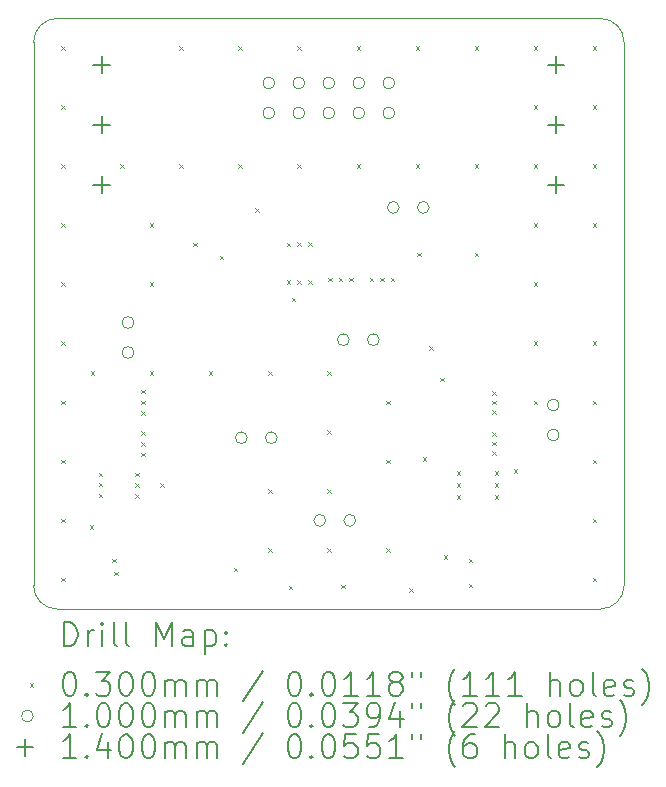
<source format=gbr>
%TF.GenerationSoftware,KiCad,Pcbnew,8.0.1*%
%TF.CreationDate,2024-04-20T12:15:56+02:00*%
%TF.ProjectId,nbg,6e62672e-6b69-4636-9164-5f7063625858,rev?*%
%TF.SameCoordinates,Original*%
%TF.FileFunction,Drillmap*%
%TF.FilePolarity,Positive*%
%FSLAX45Y45*%
G04 Gerber Fmt 4.5, Leading zero omitted, Abs format (unit mm)*
G04 Created by KiCad (PCBNEW 8.0.1) date 2024-04-20 12:15:56*
%MOMM*%
%LPD*%
G01*
G04 APERTURE LIST*
%ADD10C,0.050000*%
%ADD11C,0.200000*%
%ADD12C,0.100000*%
%ADD13C,0.140000*%
G04 APERTURE END LIST*
D10*
X9300000Y-5000000D02*
G75*
G02*
X9500000Y-5200000I0J-200000D01*
G01*
X9300000Y-5000000D02*
X4700000Y-5000000D01*
X4700000Y-10000000D02*
G75*
G02*
X4500000Y-9800000I0J200000D01*
G01*
X9500000Y-9800000D02*
G75*
G02*
X9300000Y-10000000I-200000J0D01*
G01*
X4700000Y-10000000D02*
X9300000Y-10000000D01*
X4500000Y-5200000D02*
X4500000Y-9800000D01*
X9500000Y-9800000D02*
X9500000Y-5200000D01*
X4500000Y-5200000D02*
G75*
G02*
X4700000Y-5000000I200000J0D01*
G01*
D11*
D12*
X4735000Y-5235000D02*
X4765000Y-5265000D01*
X4765000Y-5235000D02*
X4735000Y-5265000D01*
X4735000Y-5735000D02*
X4765000Y-5765000D01*
X4765000Y-5735000D02*
X4735000Y-5765000D01*
X4735000Y-6235000D02*
X4765000Y-6265000D01*
X4765000Y-6235000D02*
X4735000Y-6265000D01*
X4735000Y-6735000D02*
X4765000Y-6765000D01*
X4765000Y-6735000D02*
X4735000Y-6765000D01*
X4735000Y-7235000D02*
X4765000Y-7265000D01*
X4765000Y-7235000D02*
X4735000Y-7265000D01*
X4735000Y-7735000D02*
X4765000Y-7765000D01*
X4765000Y-7735000D02*
X4735000Y-7765000D01*
X4735000Y-8235000D02*
X4765000Y-8265000D01*
X4765000Y-8235000D02*
X4735000Y-8265000D01*
X4735000Y-8735000D02*
X4765000Y-8765000D01*
X4765000Y-8735000D02*
X4735000Y-8765000D01*
X4735000Y-9235000D02*
X4765000Y-9265000D01*
X4765000Y-9235000D02*
X4735000Y-9265000D01*
X4735000Y-9735000D02*
X4765000Y-9765000D01*
X4765000Y-9735000D02*
X4735000Y-9765000D01*
X4975000Y-9290000D02*
X5005000Y-9320000D01*
X5005000Y-9290000D02*
X4975000Y-9320000D01*
X4985000Y-7985000D02*
X5015000Y-8015000D01*
X5015000Y-7985000D02*
X4985000Y-8015000D01*
X5053200Y-8845480D02*
X5083200Y-8875480D01*
X5083200Y-8845480D02*
X5053200Y-8875480D01*
X5053200Y-8931840D02*
X5083200Y-8961840D01*
X5083200Y-8931840D02*
X5053200Y-8961840D01*
X5053200Y-9023280D02*
X5083200Y-9053280D01*
X5083200Y-9023280D02*
X5053200Y-9053280D01*
X5165000Y-9575000D02*
X5195000Y-9605000D01*
X5195000Y-9575000D02*
X5165000Y-9605000D01*
X5185280Y-9683680D02*
X5215280Y-9713680D01*
X5215280Y-9683680D02*
X5185280Y-9713680D01*
X5235000Y-6235000D02*
X5265000Y-6265000D01*
X5265000Y-6235000D02*
X5235000Y-6265000D01*
X5363080Y-8845480D02*
X5393080Y-8875480D01*
X5393080Y-8845480D02*
X5363080Y-8875480D01*
X5363080Y-8936920D02*
X5393080Y-8966920D01*
X5393080Y-8936920D02*
X5363080Y-8966920D01*
X5363080Y-9028360D02*
X5393080Y-9058360D01*
X5393080Y-9028360D02*
X5363080Y-9058360D01*
X5413880Y-8144440D02*
X5443880Y-8174440D01*
X5443880Y-8144440D02*
X5413880Y-8174440D01*
X5413880Y-8235880D02*
X5443880Y-8265880D01*
X5443880Y-8235880D02*
X5413880Y-8265880D01*
X5413880Y-8327320D02*
X5443880Y-8357320D01*
X5443880Y-8327320D02*
X5413880Y-8357320D01*
X5413880Y-8494960D02*
X5443880Y-8524960D01*
X5443880Y-8494960D02*
X5413880Y-8524960D01*
X5413880Y-8586400D02*
X5443880Y-8616400D01*
X5443880Y-8586400D02*
X5413880Y-8616400D01*
X5413880Y-8677840D02*
X5443880Y-8707840D01*
X5443880Y-8677840D02*
X5413880Y-8707840D01*
X5485000Y-6735000D02*
X5515000Y-6765000D01*
X5515000Y-6735000D02*
X5485000Y-6765000D01*
X5485000Y-7235000D02*
X5515000Y-7265000D01*
X5515000Y-7235000D02*
X5485000Y-7265000D01*
X5485000Y-7985000D02*
X5515000Y-8015000D01*
X5515000Y-7985000D02*
X5485000Y-8015000D01*
X5571360Y-8936920D02*
X5601360Y-8966920D01*
X5601360Y-8936920D02*
X5571360Y-8966920D01*
X5735000Y-5235000D02*
X5765000Y-5265000D01*
X5765000Y-5235000D02*
X5735000Y-5265000D01*
X5735000Y-6235000D02*
X5765000Y-6265000D01*
X5765000Y-6235000D02*
X5735000Y-6265000D01*
X5852040Y-6897560D02*
X5882040Y-6927560D01*
X5882040Y-6897560D02*
X5852040Y-6927560D01*
X5985000Y-7985000D02*
X6015000Y-8015000D01*
X6015000Y-7985000D02*
X5985000Y-8015000D01*
X6075560Y-7009320D02*
X6105560Y-7039320D01*
X6105560Y-7009320D02*
X6075560Y-7039320D01*
X6196144Y-9650115D02*
X6226144Y-9680115D01*
X6226144Y-9650115D02*
X6196144Y-9680115D01*
X6235000Y-5235000D02*
X6265000Y-5265000D01*
X6265000Y-5235000D02*
X6235000Y-5265000D01*
X6235000Y-6235000D02*
X6265000Y-6265000D01*
X6265000Y-6235000D02*
X6235000Y-6265000D01*
X6375000Y-6604920D02*
X6405000Y-6634920D01*
X6405000Y-6604920D02*
X6375000Y-6634920D01*
X6485000Y-7985000D02*
X6515000Y-8015000D01*
X6515000Y-7985000D02*
X6485000Y-8015000D01*
X6485000Y-8985000D02*
X6515000Y-9015000D01*
X6515000Y-8985000D02*
X6485000Y-9015000D01*
X6485000Y-9485000D02*
X6515000Y-9515000D01*
X6515000Y-9485000D02*
X6485000Y-9515000D01*
X6644520Y-6897560D02*
X6674520Y-6927560D01*
X6674520Y-6897560D02*
X6644520Y-6927560D01*
X6645000Y-7214920D02*
X6675000Y-7244920D01*
X6675000Y-7214920D02*
X6645000Y-7244920D01*
X6662415Y-9801952D02*
X6692415Y-9831952D01*
X6692415Y-9801952D02*
X6662415Y-9831952D01*
X6685160Y-7364920D02*
X6715160Y-7394920D01*
X6715160Y-7364920D02*
X6685160Y-7394920D01*
X6735000Y-5235000D02*
X6765000Y-5265000D01*
X6765000Y-5235000D02*
X6735000Y-5265000D01*
X6735000Y-6235000D02*
X6765000Y-6265000D01*
X6765000Y-6235000D02*
X6735000Y-6265000D01*
X6735000Y-6894920D02*
X6765000Y-6924920D01*
X6765000Y-6894920D02*
X6735000Y-6924920D01*
X6735000Y-7214920D02*
X6765000Y-7244920D01*
X6765000Y-7214920D02*
X6735000Y-7244920D01*
X6825000Y-6894920D02*
X6855000Y-6924920D01*
X6855000Y-6894920D02*
X6825000Y-6924920D01*
X6825000Y-7214920D02*
X6855000Y-7244920D01*
X6855000Y-7214920D02*
X6825000Y-7244920D01*
X6985000Y-7985000D02*
X7015000Y-8015000D01*
X7015000Y-7985000D02*
X6985000Y-8015000D01*
X6985000Y-8485000D02*
X7015000Y-8515000D01*
X7015000Y-8485000D02*
X6985000Y-8515000D01*
X6985000Y-8985000D02*
X7015000Y-9015000D01*
X7015000Y-8985000D02*
X6985000Y-9015000D01*
X6985000Y-9485000D02*
X7015000Y-9515000D01*
X7015000Y-9485000D02*
X6985000Y-9515000D01*
X6995000Y-7194920D02*
X7025000Y-7224920D01*
X7025000Y-7194920D02*
X6995000Y-7224920D01*
X7085000Y-7194920D02*
X7115000Y-7224920D01*
X7115000Y-7194920D02*
X7085000Y-7224920D01*
X7105373Y-9792985D02*
X7135373Y-9822985D01*
X7135373Y-9792985D02*
X7105373Y-9822985D01*
X7175000Y-7194920D02*
X7205000Y-7224920D01*
X7205000Y-7194920D02*
X7175000Y-7224920D01*
X7235000Y-5235000D02*
X7265000Y-5265000D01*
X7265000Y-5235000D02*
X7235000Y-5265000D01*
X7235000Y-6235000D02*
X7265000Y-6265000D01*
X7265000Y-6235000D02*
X7235000Y-6265000D01*
X7345000Y-7194920D02*
X7375000Y-7224920D01*
X7375000Y-7194920D02*
X7345000Y-7224920D01*
X7435000Y-7194920D02*
X7465000Y-7224920D01*
X7465000Y-7194920D02*
X7435000Y-7224920D01*
X7485000Y-8235000D02*
X7515000Y-8265000D01*
X7515000Y-8235000D02*
X7485000Y-8265000D01*
X7485000Y-8735000D02*
X7515000Y-8765000D01*
X7515000Y-8735000D02*
X7485000Y-8765000D01*
X7485000Y-9485000D02*
X7515000Y-9515000D01*
X7515000Y-9485000D02*
X7485000Y-9515000D01*
X7525000Y-7194920D02*
X7555000Y-7224920D01*
X7555000Y-7194920D02*
X7525000Y-7224920D01*
X7679245Y-9824070D02*
X7709245Y-9854070D01*
X7709245Y-9824070D02*
X7679245Y-9854070D01*
X7735000Y-5235000D02*
X7765000Y-5265000D01*
X7765000Y-5235000D02*
X7735000Y-5265000D01*
X7735000Y-6235000D02*
X7765000Y-6265000D01*
X7765000Y-6235000D02*
X7735000Y-6265000D01*
X7749760Y-6984882D02*
X7779760Y-7014882D01*
X7779760Y-6984882D02*
X7749760Y-7014882D01*
X7795000Y-8715000D02*
X7825000Y-8745000D01*
X7825000Y-8715000D02*
X7795000Y-8745000D01*
X7851250Y-7775000D02*
X7881250Y-7805000D01*
X7881250Y-7775000D02*
X7851250Y-7805000D01*
X7943750Y-8043750D02*
X7973750Y-8073750D01*
X7973750Y-8043750D02*
X7943750Y-8073750D01*
X7975000Y-9545000D02*
X8005000Y-9575000D01*
X8005000Y-9545000D02*
X7975000Y-9575000D01*
X8085000Y-8835000D02*
X8115000Y-8865000D01*
X8115000Y-8835000D02*
X8085000Y-8865000D01*
X8085000Y-8935000D02*
X8115000Y-8965000D01*
X8115000Y-8935000D02*
X8085000Y-8965000D01*
X8085000Y-9035000D02*
X8115000Y-9065000D01*
X8115000Y-9035000D02*
X8085000Y-9065000D01*
X8185000Y-9575000D02*
X8215000Y-9605000D01*
X8215000Y-9575000D02*
X8185000Y-9605000D01*
X8185000Y-9785000D02*
X8215000Y-9815000D01*
X8215000Y-9785000D02*
X8185000Y-9815000D01*
X8235000Y-5235000D02*
X8265000Y-5265000D01*
X8265000Y-5235000D02*
X8235000Y-5265000D01*
X8235000Y-6235000D02*
X8265000Y-6265000D01*
X8265000Y-6235000D02*
X8235000Y-6265000D01*
X8235000Y-6985000D02*
X8265000Y-7015000D01*
X8265000Y-6985000D02*
X8235000Y-7015000D01*
X8385000Y-8155000D02*
X8415000Y-8185000D01*
X8415000Y-8155000D02*
X8385000Y-8185000D01*
X8385000Y-8235000D02*
X8415000Y-8265000D01*
X8415000Y-8235000D02*
X8385000Y-8265000D01*
X8385000Y-8315000D02*
X8415000Y-8345000D01*
X8415000Y-8315000D02*
X8385000Y-8345000D01*
X8385000Y-8505000D02*
X8415000Y-8535000D01*
X8415000Y-8505000D02*
X8385000Y-8535000D01*
X8385000Y-8585000D02*
X8415000Y-8615000D01*
X8415000Y-8585000D02*
X8385000Y-8615000D01*
X8385000Y-8665000D02*
X8415000Y-8695000D01*
X8415000Y-8665000D02*
X8385000Y-8695000D01*
X8405000Y-8835000D02*
X8435000Y-8865000D01*
X8435000Y-8835000D02*
X8405000Y-8865000D01*
X8405000Y-8935000D02*
X8435000Y-8965000D01*
X8435000Y-8935000D02*
X8405000Y-8965000D01*
X8405000Y-9035000D02*
X8435000Y-9065000D01*
X8435000Y-9035000D02*
X8405000Y-9065000D01*
X8564034Y-8816896D02*
X8594034Y-8846896D01*
X8594034Y-8816896D02*
X8564034Y-8846896D01*
X8735000Y-5235000D02*
X8765000Y-5265000D01*
X8765000Y-5235000D02*
X8735000Y-5265000D01*
X8735000Y-5735000D02*
X8765000Y-5765000D01*
X8765000Y-5735000D02*
X8735000Y-5765000D01*
X8735000Y-6235000D02*
X8765000Y-6265000D01*
X8765000Y-6235000D02*
X8735000Y-6265000D01*
X8735000Y-6735000D02*
X8765000Y-6765000D01*
X8765000Y-6735000D02*
X8735000Y-6765000D01*
X8735000Y-7235000D02*
X8765000Y-7265000D01*
X8765000Y-7235000D02*
X8735000Y-7265000D01*
X8735000Y-7735000D02*
X8765000Y-7765000D01*
X8765000Y-7735000D02*
X8735000Y-7765000D01*
X8735000Y-8235000D02*
X8765000Y-8265000D01*
X8765000Y-8235000D02*
X8735000Y-8265000D01*
X9235000Y-5235000D02*
X9265000Y-5265000D01*
X9265000Y-5235000D02*
X9235000Y-5265000D01*
X9235000Y-5735000D02*
X9265000Y-5765000D01*
X9265000Y-5735000D02*
X9235000Y-5765000D01*
X9235000Y-6235000D02*
X9265000Y-6265000D01*
X9265000Y-6235000D02*
X9235000Y-6265000D01*
X9235000Y-6735000D02*
X9265000Y-6765000D01*
X9265000Y-6735000D02*
X9235000Y-6765000D01*
X9235000Y-7735000D02*
X9265000Y-7765000D01*
X9265000Y-7735000D02*
X9235000Y-7765000D01*
X9235000Y-8235000D02*
X9265000Y-8265000D01*
X9265000Y-8235000D02*
X9235000Y-8265000D01*
X9235000Y-8735000D02*
X9265000Y-8765000D01*
X9265000Y-8735000D02*
X9235000Y-8765000D01*
X9235000Y-9235000D02*
X9265000Y-9265000D01*
X9265000Y-9235000D02*
X9235000Y-9265000D01*
X9235000Y-9735000D02*
X9265000Y-9765000D01*
X9265000Y-9735000D02*
X9235000Y-9765000D01*
X5350000Y-7573500D02*
G75*
G02*
X5250000Y-7573500I-50000J0D01*
G01*
X5250000Y-7573500D02*
G75*
G02*
X5350000Y-7573500I50000J0D01*
G01*
X5350000Y-7827500D02*
G75*
G02*
X5250000Y-7827500I-50000J0D01*
G01*
X5250000Y-7827500D02*
G75*
G02*
X5350000Y-7827500I50000J0D01*
G01*
X6309380Y-8550000D02*
G75*
G02*
X6209380Y-8550000I-50000J0D01*
G01*
X6209380Y-8550000D02*
G75*
G02*
X6309380Y-8550000I50000J0D01*
G01*
X6542000Y-5546000D02*
G75*
G02*
X6442000Y-5546000I-50000J0D01*
G01*
X6442000Y-5546000D02*
G75*
G02*
X6542000Y-5546000I50000J0D01*
G01*
X6542000Y-5800000D02*
G75*
G02*
X6442000Y-5800000I-50000J0D01*
G01*
X6442000Y-5800000D02*
G75*
G02*
X6542000Y-5800000I50000J0D01*
G01*
X6563380Y-8550000D02*
G75*
G02*
X6463380Y-8550000I-50000J0D01*
G01*
X6463380Y-8550000D02*
G75*
G02*
X6563380Y-8550000I50000J0D01*
G01*
X6796000Y-5546000D02*
G75*
G02*
X6696000Y-5546000I-50000J0D01*
G01*
X6696000Y-5546000D02*
G75*
G02*
X6796000Y-5546000I50000J0D01*
G01*
X6796000Y-5800000D02*
G75*
G02*
X6696000Y-5800000I-50000J0D01*
G01*
X6696000Y-5800000D02*
G75*
G02*
X6796000Y-5800000I50000J0D01*
G01*
X6973500Y-9250000D02*
G75*
G02*
X6873500Y-9250000I-50000J0D01*
G01*
X6873500Y-9250000D02*
G75*
G02*
X6973500Y-9250000I50000J0D01*
G01*
X7050000Y-5546000D02*
G75*
G02*
X6950000Y-5546000I-50000J0D01*
G01*
X6950000Y-5546000D02*
G75*
G02*
X7050000Y-5546000I50000J0D01*
G01*
X7050000Y-5800000D02*
G75*
G02*
X6950000Y-5800000I-50000J0D01*
G01*
X6950000Y-5800000D02*
G75*
G02*
X7050000Y-5800000I50000J0D01*
G01*
X7172500Y-7719920D02*
G75*
G02*
X7072500Y-7719920I-50000J0D01*
G01*
X7072500Y-7719920D02*
G75*
G02*
X7172500Y-7719920I50000J0D01*
G01*
X7227500Y-9250000D02*
G75*
G02*
X7127500Y-9250000I-50000J0D01*
G01*
X7127500Y-9250000D02*
G75*
G02*
X7227500Y-9250000I50000J0D01*
G01*
X7304000Y-5546000D02*
G75*
G02*
X7204000Y-5546000I-50000J0D01*
G01*
X7204000Y-5546000D02*
G75*
G02*
X7304000Y-5546000I50000J0D01*
G01*
X7304000Y-5800000D02*
G75*
G02*
X7204000Y-5800000I-50000J0D01*
G01*
X7204000Y-5800000D02*
G75*
G02*
X7304000Y-5800000I50000J0D01*
G01*
X7426500Y-7719920D02*
G75*
G02*
X7326500Y-7719920I-50000J0D01*
G01*
X7326500Y-7719920D02*
G75*
G02*
X7426500Y-7719920I50000J0D01*
G01*
X7558000Y-5546000D02*
G75*
G02*
X7458000Y-5546000I-50000J0D01*
G01*
X7458000Y-5546000D02*
G75*
G02*
X7558000Y-5546000I50000J0D01*
G01*
X7558000Y-5800000D02*
G75*
G02*
X7458000Y-5800000I-50000J0D01*
G01*
X7458000Y-5800000D02*
G75*
G02*
X7558000Y-5800000I50000J0D01*
G01*
X7596000Y-6600000D02*
G75*
G02*
X7496000Y-6600000I-50000J0D01*
G01*
X7496000Y-6600000D02*
G75*
G02*
X7596000Y-6600000I50000J0D01*
G01*
X7850000Y-6600000D02*
G75*
G02*
X7750000Y-6600000I-50000J0D01*
G01*
X7750000Y-6600000D02*
G75*
G02*
X7850000Y-6600000I50000J0D01*
G01*
X8950000Y-8272500D02*
G75*
G02*
X8850000Y-8272500I-50000J0D01*
G01*
X8850000Y-8272500D02*
G75*
G02*
X8950000Y-8272500I50000J0D01*
G01*
X8950000Y-8526500D02*
G75*
G02*
X8850000Y-8526500I-50000J0D01*
G01*
X8850000Y-8526500D02*
G75*
G02*
X8950000Y-8526500I50000J0D01*
G01*
D13*
X5077750Y-5322000D02*
X5077750Y-5462000D01*
X5007750Y-5392000D02*
X5147750Y-5392000D01*
X5077750Y-5830000D02*
X5077750Y-5970000D01*
X5007750Y-5900000D02*
X5147750Y-5900000D01*
X5077750Y-6338000D02*
X5077750Y-6478000D01*
X5007750Y-6408000D02*
X5147750Y-6408000D01*
X8922250Y-5322000D02*
X8922250Y-5462000D01*
X8852250Y-5392000D02*
X8992250Y-5392000D01*
X8922250Y-5830000D02*
X8922250Y-5970000D01*
X8852250Y-5900000D02*
X8992250Y-5900000D01*
X8922250Y-6338000D02*
X8922250Y-6478000D01*
X8852250Y-6408000D02*
X8992250Y-6408000D01*
D11*
X4758277Y-10313984D02*
X4758277Y-10113984D01*
X4758277Y-10113984D02*
X4805896Y-10113984D01*
X4805896Y-10113984D02*
X4834467Y-10123508D01*
X4834467Y-10123508D02*
X4853515Y-10142555D01*
X4853515Y-10142555D02*
X4863039Y-10161603D01*
X4863039Y-10161603D02*
X4872563Y-10199698D01*
X4872563Y-10199698D02*
X4872563Y-10228270D01*
X4872563Y-10228270D02*
X4863039Y-10266365D01*
X4863039Y-10266365D02*
X4853515Y-10285412D01*
X4853515Y-10285412D02*
X4834467Y-10304460D01*
X4834467Y-10304460D02*
X4805896Y-10313984D01*
X4805896Y-10313984D02*
X4758277Y-10313984D01*
X4958277Y-10313984D02*
X4958277Y-10180650D01*
X4958277Y-10218746D02*
X4967801Y-10199698D01*
X4967801Y-10199698D02*
X4977324Y-10190174D01*
X4977324Y-10190174D02*
X4996372Y-10180650D01*
X4996372Y-10180650D02*
X5015420Y-10180650D01*
X5082086Y-10313984D02*
X5082086Y-10180650D01*
X5082086Y-10113984D02*
X5072563Y-10123508D01*
X5072563Y-10123508D02*
X5082086Y-10133031D01*
X5082086Y-10133031D02*
X5091610Y-10123508D01*
X5091610Y-10123508D02*
X5082086Y-10113984D01*
X5082086Y-10113984D02*
X5082086Y-10133031D01*
X5205896Y-10313984D02*
X5186848Y-10304460D01*
X5186848Y-10304460D02*
X5177324Y-10285412D01*
X5177324Y-10285412D02*
X5177324Y-10113984D01*
X5310658Y-10313984D02*
X5291610Y-10304460D01*
X5291610Y-10304460D02*
X5282086Y-10285412D01*
X5282086Y-10285412D02*
X5282086Y-10113984D01*
X5539229Y-10313984D02*
X5539229Y-10113984D01*
X5539229Y-10113984D02*
X5605896Y-10256841D01*
X5605896Y-10256841D02*
X5672562Y-10113984D01*
X5672562Y-10113984D02*
X5672562Y-10313984D01*
X5853515Y-10313984D02*
X5853515Y-10209222D01*
X5853515Y-10209222D02*
X5843991Y-10190174D01*
X5843991Y-10190174D02*
X5824943Y-10180650D01*
X5824943Y-10180650D02*
X5786848Y-10180650D01*
X5786848Y-10180650D02*
X5767801Y-10190174D01*
X5853515Y-10304460D02*
X5834467Y-10313984D01*
X5834467Y-10313984D02*
X5786848Y-10313984D01*
X5786848Y-10313984D02*
X5767801Y-10304460D01*
X5767801Y-10304460D02*
X5758277Y-10285412D01*
X5758277Y-10285412D02*
X5758277Y-10266365D01*
X5758277Y-10266365D02*
X5767801Y-10247317D01*
X5767801Y-10247317D02*
X5786848Y-10237793D01*
X5786848Y-10237793D02*
X5834467Y-10237793D01*
X5834467Y-10237793D02*
X5853515Y-10228270D01*
X5948753Y-10180650D02*
X5948753Y-10380650D01*
X5948753Y-10190174D02*
X5967801Y-10180650D01*
X5967801Y-10180650D02*
X6005896Y-10180650D01*
X6005896Y-10180650D02*
X6024943Y-10190174D01*
X6024943Y-10190174D02*
X6034467Y-10199698D01*
X6034467Y-10199698D02*
X6043991Y-10218746D01*
X6043991Y-10218746D02*
X6043991Y-10275889D01*
X6043991Y-10275889D02*
X6034467Y-10294936D01*
X6034467Y-10294936D02*
X6024943Y-10304460D01*
X6024943Y-10304460D02*
X6005896Y-10313984D01*
X6005896Y-10313984D02*
X5967801Y-10313984D01*
X5967801Y-10313984D02*
X5948753Y-10304460D01*
X6129705Y-10294936D02*
X6139229Y-10304460D01*
X6139229Y-10304460D02*
X6129705Y-10313984D01*
X6129705Y-10313984D02*
X6120182Y-10304460D01*
X6120182Y-10304460D02*
X6129705Y-10294936D01*
X6129705Y-10294936D02*
X6129705Y-10313984D01*
X6129705Y-10190174D02*
X6139229Y-10199698D01*
X6139229Y-10199698D02*
X6129705Y-10209222D01*
X6129705Y-10209222D02*
X6120182Y-10199698D01*
X6120182Y-10199698D02*
X6129705Y-10190174D01*
X6129705Y-10190174D02*
X6129705Y-10209222D01*
D12*
X4467500Y-10627500D02*
X4497500Y-10657500D01*
X4497500Y-10627500D02*
X4467500Y-10657500D01*
D11*
X4796372Y-10533984D02*
X4815420Y-10533984D01*
X4815420Y-10533984D02*
X4834467Y-10543508D01*
X4834467Y-10543508D02*
X4843991Y-10553031D01*
X4843991Y-10553031D02*
X4853515Y-10572079D01*
X4853515Y-10572079D02*
X4863039Y-10610174D01*
X4863039Y-10610174D02*
X4863039Y-10657793D01*
X4863039Y-10657793D02*
X4853515Y-10695889D01*
X4853515Y-10695889D02*
X4843991Y-10714936D01*
X4843991Y-10714936D02*
X4834467Y-10724460D01*
X4834467Y-10724460D02*
X4815420Y-10733984D01*
X4815420Y-10733984D02*
X4796372Y-10733984D01*
X4796372Y-10733984D02*
X4777324Y-10724460D01*
X4777324Y-10724460D02*
X4767801Y-10714936D01*
X4767801Y-10714936D02*
X4758277Y-10695889D01*
X4758277Y-10695889D02*
X4748753Y-10657793D01*
X4748753Y-10657793D02*
X4748753Y-10610174D01*
X4748753Y-10610174D02*
X4758277Y-10572079D01*
X4758277Y-10572079D02*
X4767801Y-10553031D01*
X4767801Y-10553031D02*
X4777324Y-10543508D01*
X4777324Y-10543508D02*
X4796372Y-10533984D01*
X4948753Y-10714936D02*
X4958277Y-10724460D01*
X4958277Y-10724460D02*
X4948753Y-10733984D01*
X4948753Y-10733984D02*
X4939229Y-10724460D01*
X4939229Y-10724460D02*
X4948753Y-10714936D01*
X4948753Y-10714936D02*
X4948753Y-10733984D01*
X5024944Y-10533984D02*
X5148753Y-10533984D01*
X5148753Y-10533984D02*
X5082086Y-10610174D01*
X5082086Y-10610174D02*
X5110658Y-10610174D01*
X5110658Y-10610174D02*
X5129705Y-10619698D01*
X5129705Y-10619698D02*
X5139229Y-10629222D01*
X5139229Y-10629222D02*
X5148753Y-10648270D01*
X5148753Y-10648270D02*
X5148753Y-10695889D01*
X5148753Y-10695889D02*
X5139229Y-10714936D01*
X5139229Y-10714936D02*
X5129705Y-10724460D01*
X5129705Y-10724460D02*
X5110658Y-10733984D01*
X5110658Y-10733984D02*
X5053515Y-10733984D01*
X5053515Y-10733984D02*
X5034467Y-10724460D01*
X5034467Y-10724460D02*
X5024944Y-10714936D01*
X5272563Y-10533984D02*
X5291610Y-10533984D01*
X5291610Y-10533984D02*
X5310658Y-10543508D01*
X5310658Y-10543508D02*
X5320182Y-10553031D01*
X5320182Y-10553031D02*
X5329705Y-10572079D01*
X5329705Y-10572079D02*
X5339229Y-10610174D01*
X5339229Y-10610174D02*
X5339229Y-10657793D01*
X5339229Y-10657793D02*
X5329705Y-10695889D01*
X5329705Y-10695889D02*
X5320182Y-10714936D01*
X5320182Y-10714936D02*
X5310658Y-10724460D01*
X5310658Y-10724460D02*
X5291610Y-10733984D01*
X5291610Y-10733984D02*
X5272563Y-10733984D01*
X5272563Y-10733984D02*
X5253515Y-10724460D01*
X5253515Y-10724460D02*
X5243991Y-10714936D01*
X5243991Y-10714936D02*
X5234467Y-10695889D01*
X5234467Y-10695889D02*
X5224944Y-10657793D01*
X5224944Y-10657793D02*
X5224944Y-10610174D01*
X5224944Y-10610174D02*
X5234467Y-10572079D01*
X5234467Y-10572079D02*
X5243991Y-10553031D01*
X5243991Y-10553031D02*
X5253515Y-10543508D01*
X5253515Y-10543508D02*
X5272563Y-10533984D01*
X5463039Y-10533984D02*
X5482086Y-10533984D01*
X5482086Y-10533984D02*
X5501134Y-10543508D01*
X5501134Y-10543508D02*
X5510658Y-10553031D01*
X5510658Y-10553031D02*
X5520182Y-10572079D01*
X5520182Y-10572079D02*
X5529705Y-10610174D01*
X5529705Y-10610174D02*
X5529705Y-10657793D01*
X5529705Y-10657793D02*
X5520182Y-10695889D01*
X5520182Y-10695889D02*
X5510658Y-10714936D01*
X5510658Y-10714936D02*
X5501134Y-10724460D01*
X5501134Y-10724460D02*
X5482086Y-10733984D01*
X5482086Y-10733984D02*
X5463039Y-10733984D01*
X5463039Y-10733984D02*
X5443991Y-10724460D01*
X5443991Y-10724460D02*
X5434467Y-10714936D01*
X5434467Y-10714936D02*
X5424944Y-10695889D01*
X5424944Y-10695889D02*
X5415420Y-10657793D01*
X5415420Y-10657793D02*
X5415420Y-10610174D01*
X5415420Y-10610174D02*
X5424944Y-10572079D01*
X5424944Y-10572079D02*
X5434467Y-10553031D01*
X5434467Y-10553031D02*
X5443991Y-10543508D01*
X5443991Y-10543508D02*
X5463039Y-10533984D01*
X5615420Y-10733984D02*
X5615420Y-10600650D01*
X5615420Y-10619698D02*
X5624943Y-10610174D01*
X5624943Y-10610174D02*
X5643991Y-10600650D01*
X5643991Y-10600650D02*
X5672563Y-10600650D01*
X5672563Y-10600650D02*
X5691610Y-10610174D01*
X5691610Y-10610174D02*
X5701134Y-10629222D01*
X5701134Y-10629222D02*
X5701134Y-10733984D01*
X5701134Y-10629222D02*
X5710658Y-10610174D01*
X5710658Y-10610174D02*
X5729705Y-10600650D01*
X5729705Y-10600650D02*
X5758277Y-10600650D01*
X5758277Y-10600650D02*
X5777324Y-10610174D01*
X5777324Y-10610174D02*
X5786848Y-10629222D01*
X5786848Y-10629222D02*
X5786848Y-10733984D01*
X5882086Y-10733984D02*
X5882086Y-10600650D01*
X5882086Y-10619698D02*
X5891610Y-10610174D01*
X5891610Y-10610174D02*
X5910658Y-10600650D01*
X5910658Y-10600650D02*
X5939229Y-10600650D01*
X5939229Y-10600650D02*
X5958277Y-10610174D01*
X5958277Y-10610174D02*
X5967801Y-10629222D01*
X5967801Y-10629222D02*
X5967801Y-10733984D01*
X5967801Y-10629222D02*
X5977324Y-10610174D01*
X5977324Y-10610174D02*
X5996372Y-10600650D01*
X5996372Y-10600650D02*
X6024943Y-10600650D01*
X6024943Y-10600650D02*
X6043991Y-10610174D01*
X6043991Y-10610174D02*
X6053515Y-10629222D01*
X6053515Y-10629222D02*
X6053515Y-10733984D01*
X6443991Y-10524460D02*
X6272563Y-10781603D01*
X6701134Y-10533984D02*
X6720182Y-10533984D01*
X6720182Y-10533984D02*
X6739229Y-10543508D01*
X6739229Y-10543508D02*
X6748753Y-10553031D01*
X6748753Y-10553031D02*
X6758277Y-10572079D01*
X6758277Y-10572079D02*
X6767801Y-10610174D01*
X6767801Y-10610174D02*
X6767801Y-10657793D01*
X6767801Y-10657793D02*
X6758277Y-10695889D01*
X6758277Y-10695889D02*
X6748753Y-10714936D01*
X6748753Y-10714936D02*
X6739229Y-10724460D01*
X6739229Y-10724460D02*
X6720182Y-10733984D01*
X6720182Y-10733984D02*
X6701134Y-10733984D01*
X6701134Y-10733984D02*
X6682086Y-10724460D01*
X6682086Y-10724460D02*
X6672563Y-10714936D01*
X6672563Y-10714936D02*
X6663039Y-10695889D01*
X6663039Y-10695889D02*
X6653515Y-10657793D01*
X6653515Y-10657793D02*
X6653515Y-10610174D01*
X6653515Y-10610174D02*
X6663039Y-10572079D01*
X6663039Y-10572079D02*
X6672563Y-10553031D01*
X6672563Y-10553031D02*
X6682086Y-10543508D01*
X6682086Y-10543508D02*
X6701134Y-10533984D01*
X6853515Y-10714936D02*
X6863039Y-10724460D01*
X6863039Y-10724460D02*
X6853515Y-10733984D01*
X6853515Y-10733984D02*
X6843991Y-10724460D01*
X6843991Y-10724460D02*
X6853515Y-10714936D01*
X6853515Y-10714936D02*
X6853515Y-10733984D01*
X6986848Y-10533984D02*
X7005896Y-10533984D01*
X7005896Y-10533984D02*
X7024944Y-10543508D01*
X7024944Y-10543508D02*
X7034467Y-10553031D01*
X7034467Y-10553031D02*
X7043991Y-10572079D01*
X7043991Y-10572079D02*
X7053515Y-10610174D01*
X7053515Y-10610174D02*
X7053515Y-10657793D01*
X7053515Y-10657793D02*
X7043991Y-10695889D01*
X7043991Y-10695889D02*
X7034467Y-10714936D01*
X7034467Y-10714936D02*
X7024944Y-10724460D01*
X7024944Y-10724460D02*
X7005896Y-10733984D01*
X7005896Y-10733984D02*
X6986848Y-10733984D01*
X6986848Y-10733984D02*
X6967801Y-10724460D01*
X6967801Y-10724460D02*
X6958277Y-10714936D01*
X6958277Y-10714936D02*
X6948753Y-10695889D01*
X6948753Y-10695889D02*
X6939229Y-10657793D01*
X6939229Y-10657793D02*
X6939229Y-10610174D01*
X6939229Y-10610174D02*
X6948753Y-10572079D01*
X6948753Y-10572079D02*
X6958277Y-10553031D01*
X6958277Y-10553031D02*
X6967801Y-10543508D01*
X6967801Y-10543508D02*
X6986848Y-10533984D01*
X7243991Y-10733984D02*
X7129706Y-10733984D01*
X7186848Y-10733984D02*
X7186848Y-10533984D01*
X7186848Y-10533984D02*
X7167801Y-10562555D01*
X7167801Y-10562555D02*
X7148753Y-10581603D01*
X7148753Y-10581603D02*
X7129706Y-10591127D01*
X7434467Y-10733984D02*
X7320182Y-10733984D01*
X7377325Y-10733984D02*
X7377325Y-10533984D01*
X7377325Y-10533984D02*
X7358277Y-10562555D01*
X7358277Y-10562555D02*
X7339229Y-10581603D01*
X7339229Y-10581603D02*
X7320182Y-10591127D01*
X7548753Y-10619698D02*
X7529706Y-10610174D01*
X7529706Y-10610174D02*
X7520182Y-10600650D01*
X7520182Y-10600650D02*
X7510658Y-10581603D01*
X7510658Y-10581603D02*
X7510658Y-10572079D01*
X7510658Y-10572079D02*
X7520182Y-10553031D01*
X7520182Y-10553031D02*
X7529706Y-10543508D01*
X7529706Y-10543508D02*
X7548753Y-10533984D01*
X7548753Y-10533984D02*
X7586848Y-10533984D01*
X7586848Y-10533984D02*
X7605896Y-10543508D01*
X7605896Y-10543508D02*
X7615420Y-10553031D01*
X7615420Y-10553031D02*
X7624944Y-10572079D01*
X7624944Y-10572079D02*
X7624944Y-10581603D01*
X7624944Y-10581603D02*
X7615420Y-10600650D01*
X7615420Y-10600650D02*
X7605896Y-10610174D01*
X7605896Y-10610174D02*
X7586848Y-10619698D01*
X7586848Y-10619698D02*
X7548753Y-10619698D01*
X7548753Y-10619698D02*
X7529706Y-10629222D01*
X7529706Y-10629222D02*
X7520182Y-10638746D01*
X7520182Y-10638746D02*
X7510658Y-10657793D01*
X7510658Y-10657793D02*
X7510658Y-10695889D01*
X7510658Y-10695889D02*
X7520182Y-10714936D01*
X7520182Y-10714936D02*
X7529706Y-10724460D01*
X7529706Y-10724460D02*
X7548753Y-10733984D01*
X7548753Y-10733984D02*
X7586848Y-10733984D01*
X7586848Y-10733984D02*
X7605896Y-10724460D01*
X7605896Y-10724460D02*
X7615420Y-10714936D01*
X7615420Y-10714936D02*
X7624944Y-10695889D01*
X7624944Y-10695889D02*
X7624944Y-10657793D01*
X7624944Y-10657793D02*
X7615420Y-10638746D01*
X7615420Y-10638746D02*
X7605896Y-10629222D01*
X7605896Y-10629222D02*
X7586848Y-10619698D01*
X7701134Y-10533984D02*
X7701134Y-10572079D01*
X7777325Y-10533984D02*
X7777325Y-10572079D01*
X8072563Y-10810174D02*
X8063039Y-10800650D01*
X8063039Y-10800650D02*
X8043991Y-10772079D01*
X8043991Y-10772079D02*
X8034468Y-10753031D01*
X8034468Y-10753031D02*
X8024944Y-10724460D01*
X8024944Y-10724460D02*
X8015420Y-10676841D01*
X8015420Y-10676841D02*
X8015420Y-10638746D01*
X8015420Y-10638746D02*
X8024944Y-10591127D01*
X8024944Y-10591127D02*
X8034468Y-10562555D01*
X8034468Y-10562555D02*
X8043991Y-10543508D01*
X8043991Y-10543508D02*
X8063039Y-10514936D01*
X8063039Y-10514936D02*
X8072563Y-10505412D01*
X8253515Y-10733984D02*
X8139229Y-10733984D01*
X8196372Y-10733984D02*
X8196372Y-10533984D01*
X8196372Y-10533984D02*
X8177325Y-10562555D01*
X8177325Y-10562555D02*
X8158277Y-10581603D01*
X8158277Y-10581603D02*
X8139229Y-10591127D01*
X8443991Y-10733984D02*
X8329706Y-10733984D01*
X8386848Y-10733984D02*
X8386848Y-10533984D01*
X8386848Y-10533984D02*
X8367801Y-10562555D01*
X8367801Y-10562555D02*
X8348753Y-10581603D01*
X8348753Y-10581603D02*
X8329706Y-10591127D01*
X8634468Y-10733984D02*
X8520182Y-10733984D01*
X8577325Y-10733984D02*
X8577325Y-10533984D01*
X8577325Y-10533984D02*
X8558277Y-10562555D01*
X8558277Y-10562555D02*
X8539230Y-10581603D01*
X8539230Y-10581603D02*
X8520182Y-10591127D01*
X8872563Y-10733984D02*
X8872563Y-10533984D01*
X8958277Y-10733984D02*
X8958277Y-10629222D01*
X8958277Y-10629222D02*
X8948753Y-10610174D01*
X8948753Y-10610174D02*
X8929706Y-10600650D01*
X8929706Y-10600650D02*
X8901134Y-10600650D01*
X8901134Y-10600650D02*
X8882087Y-10610174D01*
X8882087Y-10610174D02*
X8872563Y-10619698D01*
X9082087Y-10733984D02*
X9063039Y-10724460D01*
X9063039Y-10724460D02*
X9053515Y-10714936D01*
X9053515Y-10714936D02*
X9043992Y-10695889D01*
X9043992Y-10695889D02*
X9043992Y-10638746D01*
X9043992Y-10638746D02*
X9053515Y-10619698D01*
X9053515Y-10619698D02*
X9063039Y-10610174D01*
X9063039Y-10610174D02*
X9082087Y-10600650D01*
X9082087Y-10600650D02*
X9110658Y-10600650D01*
X9110658Y-10600650D02*
X9129706Y-10610174D01*
X9129706Y-10610174D02*
X9139230Y-10619698D01*
X9139230Y-10619698D02*
X9148753Y-10638746D01*
X9148753Y-10638746D02*
X9148753Y-10695889D01*
X9148753Y-10695889D02*
X9139230Y-10714936D01*
X9139230Y-10714936D02*
X9129706Y-10724460D01*
X9129706Y-10724460D02*
X9110658Y-10733984D01*
X9110658Y-10733984D02*
X9082087Y-10733984D01*
X9263039Y-10733984D02*
X9243992Y-10724460D01*
X9243992Y-10724460D02*
X9234468Y-10705412D01*
X9234468Y-10705412D02*
X9234468Y-10533984D01*
X9415420Y-10724460D02*
X9396373Y-10733984D01*
X9396373Y-10733984D02*
X9358277Y-10733984D01*
X9358277Y-10733984D02*
X9339230Y-10724460D01*
X9339230Y-10724460D02*
X9329706Y-10705412D01*
X9329706Y-10705412D02*
X9329706Y-10629222D01*
X9329706Y-10629222D02*
X9339230Y-10610174D01*
X9339230Y-10610174D02*
X9358277Y-10600650D01*
X9358277Y-10600650D02*
X9396373Y-10600650D01*
X9396373Y-10600650D02*
X9415420Y-10610174D01*
X9415420Y-10610174D02*
X9424944Y-10629222D01*
X9424944Y-10629222D02*
X9424944Y-10648270D01*
X9424944Y-10648270D02*
X9329706Y-10667317D01*
X9501134Y-10724460D02*
X9520182Y-10733984D01*
X9520182Y-10733984D02*
X9558277Y-10733984D01*
X9558277Y-10733984D02*
X9577325Y-10724460D01*
X9577325Y-10724460D02*
X9586849Y-10705412D01*
X9586849Y-10705412D02*
X9586849Y-10695889D01*
X9586849Y-10695889D02*
X9577325Y-10676841D01*
X9577325Y-10676841D02*
X9558277Y-10667317D01*
X9558277Y-10667317D02*
X9529706Y-10667317D01*
X9529706Y-10667317D02*
X9510658Y-10657793D01*
X9510658Y-10657793D02*
X9501134Y-10638746D01*
X9501134Y-10638746D02*
X9501134Y-10629222D01*
X9501134Y-10629222D02*
X9510658Y-10610174D01*
X9510658Y-10610174D02*
X9529706Y-10600650D01*
X9529706Y-10600650D02*
X9558277Y-10600650D01*
X9558277Y-10600650D02*
X9577325Y-10610174D01*
X9653515Y-10810174D02*
X9663039Y-10800650D01*
X9663039Y-10800650D02*
X9682087Y-10772079D01*
X9682087Y-10772079D02*
X9691611Y-10753031D01*
X9691611Y-10753031D02*
X9701134Y-10724460D01*
X9701134Y-10724460D02*
X9710658Y-10676841D01*
X9710658Y-10676841D02*
X9710658Y-10638746D01*
X9710658Y-10638746D02*
X9701134Y-10591127D01*
X9701134Y-10591127D02*
X9691611Y-10562555D01*
X9691611Y-10562555D02*
X9682087Y-10543508D01*
X9682087Y-10543508D02*
X9663039Y-10514936D01*
X9663039Y-10514936D02*
X9653515Y-10505412D01*
D12*
X4497500Y-10906500D02*
G75*
G02*
X4397500Y-10906500I-50000J0D01*
G01*
X4397500Y-10906500D02*
G75*
G02*
X4497500Y-10906500I50000J0D01*
G01*
D11*
X4863039Y-10997984D02*
X4748753Y-10997984D01*
X4805896Y-10997984D02*
X4805896Y-10797984D01*
X4805896Y-10797984D02*
X4786848Y-10826555D01*
X4786848Y-10826555D02*
X4767801Y-10845603D01*
X4767801Y-10845603D02*
X4748753Y-10855127D01*
X4948753Y-10978936D02*
X4958277Y-10988460D01*
X4958277Y-10988460D02*
X4948753Y-10997984D01*
X4948753Y-10997984D02*
X4939229Y-10988460D01*
X4939229Y-10988460D02*
X4948753Y-10978936D01*
X4948753Y-10978936D02*
X4948753Y-10997984D01*
X5082086Y-10797984D02*
X5101134Y-10797984D01*
X5101134Y-10797984D02*
X5120182Y-10807508D01*
X5120182Y-10807508D02*
X5129705Y-10817031D01*
X5129705Y-10817031D02*
X5139229Y-10836079D01*
X5139229Y-10836079D02*
X5148753Y-10874174D01*
X5148753Y-10874174D02*
X5148753Y-10921793D01*
X5148753Y-10921793D02*
X5139229Y-10959889D01*
X5139229Y-10959889D02*
X5129705Y-10978936D01*
X5129705Y-10978936D02*
X5120182Y-10988460D01*
X5120182Y-10988460D02*
X5101134Y-10997984D01*
X5101134Y-10997984D02*
X5082086Y-10997984D01*
X5082086Y-10997984D02*
X5063039Y-10988460D01*
X5063039Y-10988460D02*
X5053515Y-10978936D01*
X5053515Y-10978936D02*
X5043991Y-10959889D01*
X5043991Y-10959889D02*
X5034467Y-10921793D01*
X5034467Y-10921793D02*
X5034467Y-10874174D01*
X5034467Y-10874174D02*
X5043991Y-10836079D01*
X5043991Y-10836079D02*
X5053515Y-10817031D01*
X5053515Y-10817031D02*
X5063039Y-10807508D01*
X5063039Y-10807508D02*
X5082086Y-10797984D01*
X5272563Y-10797984D02*
X5291610Y-10797984D01*
X5291610Y-10797984D02*
X5310658Y-10807508D01*
X5310658Y-10807508D02*
X5320182Y-10817031D01*
X5320182Y-10817031D02*
X5329705Y-10836079D01*
X5329705Y-10836079D02*
X5339229Y-10874174D01*
X5339229Y-10874174D02*
X5339229Y-10921793D01*
X5339229Y-10921793D02*
X5329705Y-10959889D01*
X5329705Y-10959889D02*
X5320182Y-10978936D01*
X5320182Y-10978936D02*
X5310658Y-10988460D01*
X5310658Y-10988460D02*
X5291610Y-10997984D01*
X5291610Y-10997984D02*
X5272563Y-10997984D01*
X5272563Y-10997984D02*
X5253515Y-10988460D01*
X5253515Y-10988460D02*
X5243991Y-10978936D01*
X5243991Y-10978936D02*
X5234467Y-10959889D01*
X5234467Y-10959889D02*
X5224944Y-10921793D01*
X5224944Y-10921793D02*
X5224944Y-10874174D01*
X5224944Y-10874174D02*
X5234467Y-10836079D01*
X5234467Y-10836079D02*
X5243991Y-10817031D01*
X5243991Y-10817031D02*
X5253515Y-10807508D01*
X5253515Y-10807508D02*
X5272563Y-10797984D01*
X5463039Y-10797984D02*
X5482086Y-10797984D01*
X5482086Y-10797984D02*
X5501134Y-10807508D01*
X5501134Y-10807508D02*
X5510658Y-10817031D01*
X5510658Y-10817031D02*
X5520182Y-10836079D01*
X5520182Y-10836079D02*
X5529705Y-10874174D01*
X5529705Y-10874174D02*
X5529705Y-10921793D01*
X5529705Y-10921793D02*
X5520182Y-10959889D01*
X5520182Y-10959889D02*
X5510658Y-10978936D01*
X5510658Y-10978936D02*
X5501134Y-10988460D01*
X5501134Y-10988460D02*
X5482086Y-10997984D01*
X5482086Y-10997984D02*
X5463039Y-10997984D01*
X5463039Y-10997984D02*
X5443991Y-10988460D01*
X5443991Y-10988460D02*
X5434467Y-10978936D01*
X5434467Y-10978936D02*
X5424944Y-10959889D01*
X5424944Y-10959889D02*
X5415420Y-10921793D01*
X5415420Y-10921793D02*
X5415420Y-10874174D01*
X5415420Y-10874174D02*
X5424944Y-10836079D01*
X5424944Y-10836079D02*
X5434467Y-10817031D01*
X5434467Y-10817031D02*
X5443991Y-10807508D01*
X5443991Y-10807508D02*
X5463039Y-10797984D01*
X5615420Y-10997984D02*
X5615420Y-10864650D01*
X5615420Y-10883698D02*
X5624943Y-10874174D01*
X5624943Y-10874174D02*
X5643991Y-10864650D01*
X5643991Y-10864650D02*
X5672563Y-10864650D01*
X5672563Y-10864650D02*
X5691610Y-10874174D01*
X5691610Y-10874174D02*
X5701134Y-10893222D01*
X5701134Y-10893222D02*
X5701134Y-10997984D01*
X5701134Y-10893222D02*
X5710658Y-10874174D01*
X5710658Y-10874174D02*
X5729705Y-10864650D01*
X5729705Y-10864650D02*
X5758277Y-10864650D01*
X5758277Y-10864650D02*
X5777324Y-10874174D01*
X5777324Y-10874174D02*
X5786848Y-10893222D01*
X5786848Y-10893222D02*
X5786848Y-10997984D01*
X5882086Y-10997984D02*
X5882086Y-10864650D01*
X5882086Y-10883698D02*
X5891610Y-10874174D01*
X5891610Y-10874174D02*
X5910658Y-10864650D01*
X5910658Y-10864650D02*
X5939229Y-10864650D01*
X5939229Y-10864650D02*
X5958277Y-10874174D01*
X5958277Y-10874174D02*
X5967801Y-10893222D01*
X5967801Y-10893222D02*
X5967801Y-10997984D01*
X5967801Y-10893222D02*
X5977324Y-10874174D01*
X5977324Y-10874174D02*
X5996372Y-10864650D01*
X5996372Y-10864650D02*
X6024943Y-10864650D01*
X6024943Y-10864650D02*
X6043991Y-10874174D01*
X6043991Y-10874174D02*
X6053515Y-10893222D01*
X6053515Y-10893222D02*
X6053515Y-10997984D01*
X6443991Y-10788460D02*
X6272563Y-11045603D01*
X6701134Y-10797984D02*
X6720182Y-10797984D01*
X6720182Y-10797984D02*
X6739229Y-10807508D01*
X6739229Y-10807508D02*
X6748753Y-10817031D01*
X6748753Y-10817031D02*
X6758277Y-10836079D01*
X6758277Y-10836079D02*
X6767801Y-10874174D01*
X6767801Y-10874174D02*
X6767801Y-10921793D01*
X6767801Y-10921793D02*
X6758277Y-10959889D01*
X6758277Y-10959889D02*
X6748753Y-10978936D01*
X6748753Y-10978936D02*
X6739229Y-10988460D01*
X6739229Y-10988460D02*
X6720182Y-10997984D01*
X6720182Y-10997984D02*
X6701134Y-10997984D01*
X6701134Y-10997984D02*
X6682086Y-10988460D01*
X6682086Y-10988460D02*
X6672563Y-10978936D01*
X6672563Y-10978936D02*
X6663039Y-10959889D01*
X6663039Y-10959889D02*
X6653515Y-10921793D01*
X6653515Y-10921793D02*
X6653515Y-10874174D01*
X6653515Y-10874174D02*
X6663039Y-10836079D01*
X6663039Y-10836079D02*
X6672563Y-10817031D01*
X6672563Y-10817031D02*
X6682086Y-10807508D01*
X6682086Y-10807508D02*
X6701134Y-10797984D01*
X6853515Y-10978936D02*
X6863039Y-10988460D01*
X6863039Y-10988460D02*
X6853515Y-10997984D01*
X6853515Y-10997984D02*
X6843991Y-10988460D01*
X6843991Y-10988460D02*
X6853515Y-10978936D01*
X6853515Y-10978936D02*
X6853515Y-10997984D01*
X6986848Y-10797984D02*
X7005896Y-10797984D01*
X7005896Y-10797984D02*
X7024944Y-10807508D01*
X7024944Y-10807508D02*
X7034467Y-10817031D01*
X7034467Y-10817031D02*
X7043991Y-10836079D01*
X7043991Y-10836079D02*
X7053515Y-10874174D01*
X7053515Y-10874174D02*
X7053515Y-10921793D01*
X7053515Y-10921793D02*
X7043991Y-10959889D01*
X7043991Y-10959889D02*
X7034467Y-10978936D01*
X7034467Y-10978936D02*
X7024944Y-10988460D01*
X7024944Y-10988460D02*
X7005896Y-10997984D01*
X7005896Y-10997984D02*
X6986848Y-10997984D01*
X6986848Y-10997984D02*
X6967801Y-10988460D01*
X6967801Y-10988460D02*
X6958277Y-10978936D01*
X6958277Y-10978936D02*
X6948753Y-10959889D01*
X6948753Y-10959889D02*
X6939229Y-10921793D01*
X6939229Y-10921793D02*
X6939229Y-10874174D01*
X6939229Y-10874174D02*
X6948753Y-10836079D01*
X6948753Y-10836079D02*
X6958277Y-10817031D01*
X6958277Y-10817031D02*
X6967801Y-10807508D01*
X6967801Y-10807508D02*
X6986848Y-10797984D01*
X7120182Y-10797984D02*
X7243991Y-10797984D01*
X7243991Y-10797984D02*
X7177325Y-10874174D01*
X7177325Y-10874174D02*
X7205896Y-10874174D01*
X7205896Y-10874174D02*
X7224944Y-10883698D01*
X7224944Y-10883698D02*
X7234467Y-10893222D01*
X7234467Y-10893222D02*
X7243991Y-10912270D01*
X7243991Y-10912270D02*
X7243991Y-10959889D01*
X7243991Y-10959889D02*
X7234467Y-10978936D01*
X7234467Y-10978936D02*
X7224944Y-10988460D01*
X7224944Y-10988460D02*
X7205896Y-10997984D01*
X7205896Y-10997984D02*
X7148753Y-10997984D01*
X7148753Y-10997984D02*
X7129706Y-10988460D01*
X7129706Y-10988460D02*
X7120182Y-10978936D01*
X7339229Y-10997984D02*
X7377325Y-10997984D01*
X7377325Y-10997984D02*
X7396372Y-10988460D01*
X7396372Y-10988460D02*
X7405896Y-10978936D01*
X7405896Y-10978936D02*
X7424944Y-10950365D01*
X7424944Y-10950365D02*
X7434467Y-10912270D01*
X7434467Y-10912270D02*
X7434467Y-10836079D01*
X7434467Y-10836079D02*
X7424944Y-10817031D01*
X7424944Y-10817031D02*
X7415420Y-10807508D01*
X7415420Y-10807508D02*
X7396372Y-10797984D01*
X7396372Y-10797984D02*
X7358277Y-10797984D01*
X7358277Y-10797984D02*
X7339229Y-10807508D01*
X7339229Y-10807508D02*
X7329706Y-10817031D01*
X7329706Y-10817031D02*
X7320182Y-10836079D01*
X7320182Y-10836079D02*
X7320182Y-10883698D01*
X7320182Y-10883698D02*
X7329706Y-10902746D01*
X7329706Y-10902746D02*
X7339229Y-10912270D01*
X7339229Y-10912270D02*
X7358277Y-10921793D01*
X7358277Y-10921793D02*
X7396372Y-10921793D01*
X7396372Y-10921793D02*
X7415420Y-10912270D01*
X7415420Y-10912270D02*
X7424944Y-10902746D01*
X7424944Y-10902746D02*
X7434467Y-10883698D01*
X7605896Y-10864650D02*
X7605896Y-10997984D01*
X7558277Y-10788460D02*
X7510658Y-10931317D01*
X7510658Y-10931317D02*
X7634467Y-10931317D01*
X7701134Y-10797984D02*
X7701134Y-10836079D01*
X7777325Y-10797984D02*
X7777325Y-10836079D01*
X8072563Y-11074174D02*
X8063039Y-11064650D01*
X8063039Y-11064650D02*
X8043991Y-11036079D01*
X8043991Y-11036079D02*
X8034468Y-11017031D01*
X8034468Y-11017031D02*
X8024944Y-10988460D01*
X8024944Y-10988460D02*
X8015420Y-10940841D01*
X8015420Y-10940841D02*
X8015420Y-10902746D01*
X8015420Y-10902746D02*
X8024944Y-10855127D01*
X8024944Y-10855127D02*
X8034468Y-10826555D01*
X8034468Y-10826555D02*
X8043991Y-10807508D01*
X8043991Y-10807508D02*
X8063039Y-10778936D01*
X8063039Y-10778936D02*
X8072563Y-10769412D01*
X8139229Y-10817031D02*
X8148753Y-10807508D01*
X8148753Y-10807508D02*
X8167801Y-10797984D01*
X8167801Y-10797984D02*
X8215420Y-10797984D01*
X8215420Y-10797984D02*
X8234468Y-10807508D01*
X8234468Y-10807508D02*
X8243991Y-10817031D01*
X8243991Y-10817031D02*
X8253515Y-10836079D01*
X8253515Y-10836079D02*
X8253515Y-10855127D01*
X8253515Y-10855127D02*
X8243991Y-10883698D01*
X8243991Y-10883698D02*
X8129706Y-10997984D01*
X8129706Y-10997984D02*
X8253515Y-10997984D01*
X8329706Y-10817031D02*
X8339229Y-10807508D01*
X8339229Y-10807508D02*
X8358277Y-10797984D01*
X8358277Y-10797984D02*
X8405896Y-10797984D01*
X8405896Y-10797984D02*
X8424944Y-10807508D01*
X8424944Y-10807508D02*
X8434468Y-10817031D01*
X8434468Y-10817031D02*
X8443991Y-10836079D01*
X8443991Y-10836079D02*
X8443991Y-10855127D01*
X8443991Y-10855127D02*
X8434468Y-10883698D01*
X8434468Y-10883698D02*
X8320182Y-10997984D01*
X8320182Y-10997984D02*
X8443991Y-10997984D01*
X8682087Y-10997984D02*
X8682087Y-10797984D01*
X8767801Y-10997984D02*
X8767801Y-10893222D01*
X8767801Y-10893222D02*
X8758277Y-10874174D01*
X8758277Y-10874174D02*
X8739230Y-10864650D01*
X8739230Y-10864650D02*
X8710658Y-10864650D01*
X8710658Y-10864650D02*
X8691611Y-10874174D01*
X8691611Y-10874174D02*
X8682087Y-10883698D01*
X8891611Y-10997984D02*
X8872563Y-10988460D01*
X8872563Y-10988460D02*
X8863039Y-10978936D01*
X8863039Y-10978936D02*
X8853515Y-10959889D01*
X8853515Y-10959889D02*
X8853515Y-10902746D01*
X8853515Y-10902746D02*
X8863039Y-10883698D01*
X8863039Y-10883698D02*
X8872563Y-10874174D01*
X8872563Y-10874174D02*
X8891611Y-10864650D01*
X8891611Y-10864650D02*
X8920182Y-10864650D01*
X8920182Y-10864650D02*
X8939230Y-10874174D01*
X8939230Y-10874174D02*
X8948753Y-10883698D01*
X8948753Y-10883698D02*
X8958277Y-10902746D01*
X8958277Y-10902746D02*
X8958277Y-10959889D01*
X8958277Y-10959889D02*
X8948753Y-10978936D01*
X8948753Y-10978936D02*
X8939230Y-10988460D01*
X8939230Y-10988460D02*
X8920182Y-10997984D01*
X8920182Y-10997984D02*
X8891611Y-10997984D01*
X9072563Y-10997984D02*
X9053515Y-10988460D01*
X9053515Y-10988460D02*
X9043992Y-10969412D01*
X9043992Y-10969412D02*
X9043992Y-10797984D01*
X9224944Y-10988460D02*
X9205896Y-10997984D01*
X9205896Y-10997984D02*
X9167801Y-10997984D01*
X9167801Y-10997984D02*
X9148753Y-10988460D01*
X9148753Y-10988460D02*
X9139230Y-10969412D01*
X9139230Y-10969412D02*
X9139230Y-10893222D01*
X9139230Y-10893222D02*
X9148753Y-10874174D01*
X9148753Y-10874174D02*
X9167801Y-10864650D01*
X9167801Y-10864650D02*
X9205896Y-10864650D01*
X9205896Y-10864650D02*
X9224944Y-10874174D01*
X9224944Y-10874174D02*
X9234468Y-10893222D01*
X9234468Y-10893222D02*
X9234468Y-10912270D01*
X9234468Y-10912270D02*
X9139230Y-10931317D01*
X9310658Y-10988460D02*
X9329706Y-10997984D01*
X9329706Y-10997984D02*
X9367801Y-10997984D01*
X9367801Y-10997984D02*
X9386849Y-10988460D01*
X9386849Y-10988460D02*
X9396373Y-10969412D01*
X9396373Y-10969412D02*
X9396373Y-10959889D01*
X9396373Y-10959889D02*
X9386849Y-10940841D01*
X9386849Y-10940841D02*
X9367801Y-10931317D01*
X9367801Y-10931317D02*
X9339230Y-10931317D01*
X9339230Y-10931317D02*
X9320182Y-10921793D01*
X9320182Y-10921793D02*
X9310658Y-10902746D01*
X9310658Y-10902746D02*
X9310658Y-10893222D01*
X9310658Y-10893222D02*
X9320182Y-10874174D01*
X9320182Y-10874174D02*
X9339230Y-10864650D01*
X9339230Y-10864650D02*
X9367801Y-10864650D01*
X9367801Y-10864650D02*
X9386849Y-10874174D01*
X9463039Y-11074174D02*
X9472563Y-11064650D01*
X9472563Y-11064650D02*
X9491611Y-11036079D01*
X9491611Y-11036079D02*
X9501134Y-11017031D01*
X9501134Y-11017031D02*
X9510658Y-10988460D01*
X9510658Y-10988460D02*
X9520182Y-10940841D01*
X9520182Y-10940841D02*
X9520182Y-10902746D01*
X9520182Y-10902746D02*
X9510658Y-10855127D01*
X9510658Y-10855127D02*
X9501134Y-10826555D01*
X9501134Y-10826555D02*
X9491611Y-10807508D01*
X9491611Y-10807508D02*
X9472563Y-10778936D01*
X9472563Y-10778936D02*
X9463039Y-10769412D01*
D13*
X4427500Y-11100500D02*
X4427500Y-11240500D01*
X4357500Y-11170500D02*
X4497500Y-11170500D01*
D11*
X4863039Y-11261984D02*
X4748753Y-11261984D01*
X4805896Y-11261984D02*
X4805896Y-11061984D01*
X4805896Y-11061984D02*
X4786848Y-11090555D01*
X4786848Y-11090555D02*
X4767801Y-11109603D01*
X4767801Y-11109603D02*
X4748753Y-11119127D01*
X4948753Y-11242936D02*
X4958277Y-11252460D01*
X4958277Y-11252460D02*
X4948753Y-11261984D01*
X4948753Y-11261984D02*
X4939229Y-11252460D01*
X4939229Y-11252460D02*
X4948753Y-11242936D01*
X4948753Y-11242936D02*
X4948753Y-11261984D01*
X5129705Y-11128650D02*
X5129705Y-11261984D01*
X5082086Y-11052460D02*
X5034467Y-11195317D01*
X5034467Y-11195317D02*
X5158277Y-11195317D01*
X5272563Y-11061984D02*
X5291610Y-11061984D01*
X5291610Y-11061984D02*
X5310658Y-11071508D01*
X5310658Y-11071508D02*
X5320182Y-11081031D01*
X5320182Y-11081031D02*
X5329705Y-11100079D01*
X5329705Y-11100079D02*
X5339229Y-11138174D01*
X5339229Y-11138174D02*
X5339229Y-11185793D01*
X5339229Y-11185793D02*
X5329705Y-11223888D01*
X5329705Y-11223888D02*
X5320182Y-11242936D01*
X5320182Y-11242936D02*
X5310658Y-11252460D01*
X5310658Y-11252460D02*
X5291610Y-11261984D01*
X5291610Y-11261984D02*
X5272563Y-11261984D01*
X5272563Y-11261984D02*
X5253515Y-11252460D01*
X5253515Y-11252460D02*
X5243991Y-11242936D01*
X5243991Y-11242936D02*
X5234467Y-11223888D01*
X5234467Y-11223888D02*
X5224944Y-11185793D01*
X5224944Y-11185793D02*
X5224944Y-11138174D01*
X5224944Y-11138174D02*
X5234467Y-11100079D01*
X5234467Y-11100079D02*
X5243991Y-11081031D01*
X5243991Y-11081031D02*
X5253515Y-11071508D01*
X5253515Y-11071508D02*
X5272563Y-11061984D01*
X5463039Y-11061984D02*
X5482086Y-11061984D01*
X5482086Y-11061984D02*
X5501134Y-11071508D01*
X5501134Y-11071508D02*
X5510658Y-11081031D01*
X5510658Y-11081031D02*
X5520182Y-11100079D01*
X5520182Y-11100079D02*
X5529705Y-11138174D01*
X5529705Y-11138174D02*
X5529705Y-11185793D01*
X5529705Y-11185793D02*
X5520182Y-11223888D01*
X5520182Y-11223888D02*
X5510658Y-11242936D01*
X5510658Y-11242936D02*
X5501134Y-11252460D01*
X5501134Y-11252460D02*
X5482086Y-11261984D01*
X5482086Y-11261984D02*
X5463039Y-11261984D01*
X5463039Y-11261984D02*
X5443991Y-11252460D01*
X5443991Y-11252460D02*
X5434467Y-11242936D01*
X5434467Y-11242936D02*
X5424944Y-11223888D01*
X5424944Y-11223888D02*
X5415420Y-11185793D01*
X5415420Y-11185793D02*
X5415420Y-11138174D01*
X5415420Y-11138174D02*
X5424944Y-11100079D01*
X5424944Y-11100079D02*
X5434467Y-11081031D01*
X5434467Y-11081031D02*
X5443991Y-11071508D01*
X5443991Y-11071508D02*
X5463039Y-11061984D01*
X5615420Y-11261984D02*
X5615420Y-11128650D01*
X5615420Y-11147698D02*
X5624943Y-11138174D01*
X5624943Y-11138174D02*
X5643991Y-11128650D01*
X5643991Y-11128650D02*
X5672563Y-11128650D01*
X5672563Y-11128650D02*
X5691610Y-11138174D01*
X5691610Y-11138174D02*
X5701134Y-11157222D01*
X5701134Y-11157222D02*
X5701134Y-11261984D01*
X5701134Y-11157222D02*
X5710658Y-11138174D01*
X5710658Y-11138174D02*
X5729705Y-11128650D01*
X5729705Y-11128650D02*
X5758277Y-11128650D01*
X5758277Y-11128650D02*
X5777324Y-11138174D01*
X5777324Y-11138174D02*
X5786848Y-11157222D01*
X5786848Y-11157222D02*
X5786848Y-11261984D01*
X5882086Y-11261984D02*
X5882086Y-11128650D01*
X5882086Y-11147698D02*
X5891610Y-11138174D01*
X5891610Y-11138174D02*
X5910658Y-11128650D01*
X5910658Y-11128650D02*
X5939229Y-11128650D01*
X5939229Y-11128650D02*
X5958277Y-11138174D01*
X5958277Y-11138174D02*
X5967801Y-11157222D01*
X5967801Y-11157222D02*
X5967801Y-11261984D01*
X5967801Y-11157222D02*
X5977324Y-11138174D01*
X5977324Y-11138174D02*
X5996372Y-11128650D01*
X5996372Y-11128650D02*
X6024943Y-11128650D01*
X6024943Y-11128650D02*
X6043991Y-11138174D01*
X6043991Y-11138174D02*
X6053515Y-11157222D01*
X6053515Y-11157222D02*
X6053515Y-11261984D01*
X6443991Y-11052460D02*
X6272563Y-11309603D01*
X6701134Y-11061984D02*
X6720182Y-11061984D01*
X6720182Y-11061984D02*
X6739229Y-11071508D01*
X6739229Y-11071508D02*
X6748753Y-11081031D01*
X6748753Y-11081031D02*
X6758277Y-11100079D01*
X6758277Y-11100079D02*
X6767801Y-11138174D01*
X6767801Y-11138174D02*
X6767801Y-11185793D01*
X6767801Y-11185793D02*
X6758277Y-11223888D01*
X6758277Y-11223888D02*
X6748753Y-11242936D01*
X6748753Y-11242936D02*
X6739229Y-11252460D01*
X6739229Y-11252460D02*
X6720182Y-11261984D01*
X6720182Y-11261984D02*
X6701134Y-11261984D01*
X6701134Y-11261984D02*
X6682086Y-11252460D01*
X6682086Y-11252460D02*
X6672563Y-11242936D01*
X6672563Y-11242936D02*
X6663039Y-11223888D01*
X6663039Y-11223888D02*
X6653515Y-11185793D01*
X6653515Y-11185793D02*
X6653515Y-11138174D01*
X6653515Y-11138174D02*
X6663039Y-11100079D01*
X6663039Y-11100079D02*
X6672563Y-11081031D01*
X6672563Y-11081031D02*
X6682086Y-11071508D01*
X6682086Y-11071508D02*
X6701134Y-11061984D01*
X6853515Y-11242936D02*
X6863039Y-11252460D01*
X6863039Y-11252460D02*
X6853515Y-11261984D01*
X6853515Y-11261984D02*
X6843991Y-11252460D01*
X6843991Y-11252460D02*
X6853515Y-11242936D01*
X6853515Y-11242936D02*
X6853515Y-11261984D01*
X6986848Y-11061984D02*
X7005896Y-11061984D01*
X7005896Y-11061984D02*
X7024944Y-11071508D01*
X7024944Y-11071508D02*
X7034467Y-11081031D01*
X7034467Y-11081031D02*
X7043991Y-11100079D01*
X7043991Y-11100079D02*
X7053515Y-11138174D01*
X7053515Y-11138174D02*
X7053515Y-11185793D01*
X7053515Y-11185793D02*
X7043991Y-11223888D01*
X7043991Y-11223888D02*
X7034467Y-11242936D01*
X7034467Y-11242936D02*
X7024944Y-11252460D01*
X7024944Y-11252460D02*
X7005896Y-11261984D01*
X7005896Y-11261984D02*
X6986848Y-11261984D01*
X6986848Y-11261984D02*
X6967801Y-11252460D01*
X6967801Y-11252460D02*
X6958277Y-11242936D01*
X6958277Y-11242936D02*
X6948753Y-11223888D01*
X6948753Y-11223888D02*
X6939229Y-11185793D01*
X6939229Y-11185793D02*
X6939229Y-11138174D01*
X6939229Y-11138174D02*
X6948753Y-11100079D01*
X6948753Y-11100079D02*
X6958277Y-11081031D01*
X6958277Y-11081031D02*
X6967801Y-11071508D01*
X6967801Y-11071508D02*
X6986848Y-11061984D01*
X7234467Y-11061984D02*
X7139229Y-11061984D01*
X7139229Y-11061984D02*
X7129706Y-11157222D01*
X7129706Y-11157222D02*
X7139229Y-11147698D01*
X7139229Y-11147698D02*
X7158277Y-11138174D01*
X7158277Y-11138174D02*
X7205896Y-11138174D01*
X7205896Y-11138174D02*
X7224944Y-11147698D01*
X7224944Y-11147698D02*
X7234467Y-11157222D01*
X7234467Y-11157222D02*
X7243991Y-11176270D01*
X7243991Y-11176270D02*
X7243991Y-11223888D01*
X7243991Y-11223888D02*
X7234467Y-11242936D01*
X7234467Y-11242936D02*
X7224944Y-11252460D01*
X7224944Y-11252460D02*
X7205896Y-11261984D01*
X7205896Y-11261984D02*
X7158277Y-11261984D01*
X7158277Y-11261984D02*
X7139229Y-11252460D01*
X7139229Y-11252460D02*
X7129706Y-11242936D01*
X7424944Y-11061984D02*
X7329706Y-11061984D01*
X7329706Y-11061984D02*
X7320182Y-11157222D01*
X7320182Y-11157222D02*
X7329706Y-11147698D01*
X7329706Y-11147698D02*
X7348753Y-11138174D01*
X7348753Y-11138174D02*
X7396372Y-11138174D01*
X7396372Y-11138174D02*
X7415420Y-11147698D01*
X7415420Y-11147698D02*
X7424944Y-11157222D01*
X7424944Y-11157222D02*
X7434467Y-11176270D01*
X7434467Y-11176270D02*
X7434467Y-11223888D01*
X7434467Y-11223888D02*
X7424944Y-11242936D01*
X7424944Y-11242936D02*
X7415420Y-11252460D01*
X7415420Y-11252460D02*
X7396372Y-11261984D01*
X7396372Y-11261984D02*
X7348753Y-11261984D01*
X7348753Y-11261984D02*
X7329706Y-11252460D01*
X7329706Y-11252460D02*
X7320182Y-11242936D01*
X7624944Y-11261984D02*
X7510658Y-11261984D01*
X7567801Y-11261984D02*
X7567801Y-11061984D01*
X7567801Y-11061984D02*
X7548753Y-11090555D01*
X7548753Y-11090555D02*
X7529706Y-11109603D01*
X7529706Y-11109603D02*
X7510658Y-11119127D01*
X7701134Y-11061984D02*
X7701134Y-11100079D01*
X7777325Y-11061984D02*
X7777325Y-11100079D01*
X8072563Y-11338174D02*
X8063039Y-11328650D01*
X8063039Y-11328650D02*
X8043991Y-11300079D01*
X8043991Y-11300079D02*
X8034468Y-11281031D01*
X8034468Y-11281031D02*
X8024944Y-11252460D01*
X8024944Y-11252460D02*
X8015420Y-11204841D01*
X8015420Y-11204841D02*
X8015420Y-11166746D01*
X8015420Y-11166746D02*
X8024944Y-11119127D01*
X8024944Y-11119127D02*
X8034468Y-11090555D01*
X8034468Y-11090555D02*
X8043991Y-11071508D01*
X8043991Y-11071508D02*
X8063039Y-11042936D01*
X8063039Y-11042936D02*
X8072563Y-11033412D01*
X8234468Y-11061984D02*
X8196372Y-11061984D01*
X8196372Y-11061984D02*
X8177325Y-11071508D01*
X8177325Y-11071508D02*
X8167801Y-11081031D01*
X8167801Y-11081031D02*
X8148753Y-11109603D01*
X8148753Y-11109603D02*
X8139229Y-11147698D01*
X8139229Y-11147698D02*
X8139229Y-11223888D01*
X8139229Y-11223888D02*
X8148753Y-11242936D01*
X8148753Y-11242936D02*
X8158277Y-11252460D01*
X8158277Y-11252460D02*
X8177325Y-11261984D01*
X8177325Y-11261984D02*
X8215420Y-11261984D01*
X8215420Y-11261984D02*
X8234468Y-11252460D01*
X8234468Y-11252460D02*
X8243991Y-11242936D01*
X8243991Y-11242936D02*
X8253515Y-11223888D01*
X8253515Y-11223888D02*
X8253515Y-11176270D01*
X8253515Y-11176270D02*
X8243991Y-11157222D01*
X8243991Y-11157222D02*
X8234468Y-11147698D01*
X8234468Y-11147698D02*
X8215420Y-11138174D01*
X8215420Y-11138174D02*
X8177325Y-11138174D01*
X8177325Y-11138174D02*
X8158277Y-11147698D01*
X8158277Y-11147698D02*
X8148753Y-11157222D01*
X8148753Y-11157222D02*
X8139229Y-11176270D01*
X8491611Y-11261984D02*
X8491611Y-11061984D01*
X8577325Y-11261984D02*
X8577325Y-11157222D01*
X8577325Y-11157222D02*
X8567801Y-11138174D01*
X8567801Y-11138174D02*
X8548753Y-11128650D01*
X8548753Y-11128650D02*
X8520182Y-11128650D01*
X8520182Y-11128650D02*
X8501134Y-11138174D01*
X8501134Y-11138174D02*
X8491611Y-11147698D01*
X8701134Y-11261984D02*
X8682087Y-11252460D01*
X8682087Y-11252460D02*
X8672563Y-11242936D01*
X8672563Y-11242936D02*
X8663039Y-11223888D01*
X8663039Y-11223888D02*
X8663039Y-11166746D01*
X8663039Y-11166746D02*
X8672563Y-11147698D01*
X8672563Y-11147698D02*
X8682087Y-11138174D01*
X8682087Y-11138174D02*
X8701134Y-11128650D01*
X8701134Y-11128650D02*
X8729706Y-11128650D01*
X8729706Y-11128650D02*
X8748753Y-11138174D01*
X8748753Y-11138174D02*
X8758277Y-11147698D01*
X8758277Y-11147698D02*
X8767801Y-11166746D01*
X8767801Y-11166746D02*
X8767801Y-11223888D01*
X8767801Y-11223888D02*
X8758277Y-11242936D01*
X8758277Y-11242936D02*
X8748753Y-11252460D01*
X8748753Y-11252460D02*
X8729706Y-11261984D01*
X8729706Y-11261984D02*
X8701134Y-11261984D01*
X8882087Y-11261984D02*
X8863039Y-11252460D01*
X8863039Y-11252460D02*
X8853515Y-11233412D01*
X8853515Y-11233412D02*
X8853515Y-11061984D01*
X9034468Y-11252460D02*
X9015420Y-11261984D01*
X9015420Y-11261984D02*
X8977325Y-11261984D01*
X8977325Y-11261984D02*
X8958277Y-11252460D01*
X8958277Y-11252460D02*
X8948753Y-11233412D01*
X8948753Y-11233412D02*
X8948753Y-11157222D01*
X8948753Y-11157222D02*
X8958277Y-11138174D01*
X8958277Y-11138174D02*
X8977325Y-11128650D01*
X8977325Y-11128650D02*
X9015420Y-11128650D01*
X9015420Y-11128650D02*
X9034468Y-11138174D01*
X9034468Y-11138174D02*
X9043992Y-11157222D01*
X9043992Y-11157222D02*
X9043992Y-11176270D01*
X9043992Y-11176270D02*
X8948753Y-11195317D01*
X9120182Y-11252460D02*
X9139230Y-11261984D01*
X9139230Y-11261984D02*
X9177325Y-11261984D01*
X9177325Y-11261984D02*
X9196373Y-11252460D01*
X9196373Y-11252460D02*
X9205896Y-11233412D01*
X9205896Y-11233412D02*
X9205896Y-11223888D01*
X9205896Y-11223888D02*
X9196373Y-11204841D01*
X9196373Y-11204841D02*
X9177325Y-11195317D01*
X9177325Y-11195317D02*
X9148753Y-11195317D01*
X9148753Y-11195317D02*
X9129706Y-11185793D01*
X9129706Y-11185793D02*
X9120182Y-11166746D01*
X9120182Y-11166746D02*
X9120182Y-11157222D01*
X9120182Y-11157222D02*
X9129706Y-11138174D01*
X9129706Y-11138174D02*
X9148753Y-11128650D01*
X9148753Y-11128650D02*
X9177325Y-11128650D01*
X9177325Y-11128650D02*
X9196373Y-11138174D01*
X9272563Y-11338174D02*
X9282087Y-11328650D01*
X9282087Y-11328650D02*
X9301134Y-11300079D01*
X9301134Y-11300079D02*
X9310658Y-11281031D01*
X9310658Y-11281031D02*
X9320182Y-11252460D01*
X9320182Y-11252460D02*
X9329706Y-11204841D01*
X9329706Y-11204841D02*
X9329706Y-11166746D01*
X9329706Y-11166746D02*
X9320182Y-11119127D01*
X9320182Y-11119127D02*
X9310658Y-11090555D01*
X9310658Y-11090555D02*
X9301134Y-11071508D01*
X9301134Y-11071508D02*
X9282087Y-11042936D01*
X9282087Y-11042936D02*
X9272563Y-11033412D01*
M02*

</source>
